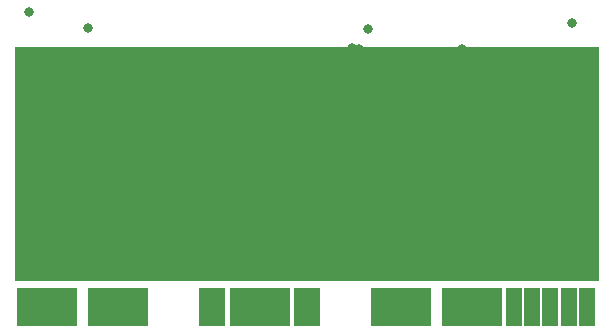
<source format=gbs>
G04*
G04 #@! TF.GenerationSoftware,Altium Limited,Altium Designer,22.5.1 (42)*
G04*
G04 Layer_Color=16711935*
%FSLAX25Y25*%
%MOIN*%
G70*
G04*
G04 #@! TF.SameCoordinates,407AD2AB-4410-4D32-8071-BEDB4B14A2C6*
G04*
G04*
G04 #@! TF.FilePolarity,Negative*
G04*
G01*
G75*
%ADD34R,0.05524X0.12611*%
%ADD40R,0.20485X0.12611*%
%ADD41R,0.08674X0.12611*%
%ADD42C,0.03162*%
%ADD43C,0.04737*%
%ADD70R,1.94882X0.77854*%
D34*
X524618Y282677D02*
D03*
X530720D02*
D03*
X536823D02*
D03*
X542925D02*
D03*
X549027D02*
D03*
D40*
X439972D02*
D03*
X392728D02*
D03*
X369106D02*
D03*
X487216D02*
D03*
X510838D02*
D03*
D41*
X424224D02*
D03*
X455720D02*
D03*
D42*
X413272Y360637D02*
D03*
X527953Y331988D02*
D03*
X426772Y363779D02*
D03*
X362992Y381004D02*
D03*
X539764Y354134D02*
D03*
X544193Y377461D02*
D03*
X546850Y299311D02*
D03*
X540059Y295177D02*
D03*
X464272Y366142D02*
D03*
X455315Y362205D02*
D03*
X372045Y339591D02*
D03*
X367618Y312856D02*
D03*
X375197Y316535D02*
D03*
X364534Y331004D02*
D03*
X361647Y328215D02*
D03*
X367421Y331004D02*
D03*
X364534Y325427D02*
D03*
X361647Y322638D02*
D03*
X364534D02*
D03*
X367421Y328215D02*
D03*
X361647Y325427D02*
D03*
X367421D02*
D03*
X361647Y331004D02*
D03*
X367421Y322638D02*
D03*
X364534Y328215D02*
D03*
X364586Y308665D02*
D03*
X367473D02*
D03*
X530721Y285466D02*
D03*
X530721Y279889D02*
D03*
X530721Y282677D02*
D03*
X524618Y279889D02*
D03*
X524618Y285466D02*
D03*
Y282677D02*
D03*
X368480Y357236D02*
D03*
X371688Y357218D02*
D03*
X371660Y361848D02*
D03*
X368483Y361820D02*
D03*
X515040Y364661D02*
D03*
X512561Y364671D02*
D03*
X403451Y363485D02*
D03*
X470697Y368886D02*
D03*
X473176Y368876D02*
D03*
X376200Y367224D02*
D03*
X378522Y367167D02*
D03*
X542085Y334669D02*
D03*
X539197Y339059D02*
D03*
X382868Y375591D02*
D03*
X507373Y368725D02*
D03*
X475961Y375350D02*
D03*
X437953Y307550D02*
D03*
X435039D02*
D03*
Y313212D02*
D03*
Y310381D02*
D03*
X437953D02*
D03*
Y313212D02*
D03*
Y316043D02*
D03*
X435039D02*
D03*
X385433Y347933D02*
D03*
X382579D02*
D03*
X476083Y349410D02*
D03*
X478937D02*
D03*
X491142Y345571D02*
D03*
X491043Y347835D02*
D03*
X438017Y329027D02*
D03*
X435130D02*
D03*
Y337499D02*
D03*
Y334675D02*
D03*
Y331851D02*
D03*
X438017D02*
D03*
Y334675D02*
D03*
Y337499D02*
D03*
X361699Y305877D02*
D03*
Y308665D02*
D03*
Y303088D02*
D03*
Y300299D02*
D03*
X364586Y305877D02*
D03*
Y303088D02*
D03*
Y300299D02*
D03*
X367473D02*
D03*
Y303088D02*
D03*
Y305877D02*
D03*
X510868Y317053D02*
D03*
Y319842D02*
D03*
Y322630D02*
D03*
Y325419D02*
D03*
X513755D02*
D03*
Y322630D02*
D03*
Y319842D02*
D03*
X513755Y317053D02*
D03*
X516642Y325419D02*
D03*
Y322630D02*
D03*
Y317053D02*
D03*
Y319842D02*
D03*
X516741Y298779D02*
D03*
X516741Y295990D02*
D03*
Y301567D02*
D03*
Y304356D02*
D03*
X513854Y295990D02*
D03*
Y298779D02*
D03*
Y301567D02*
D03*
Y304356D02*
D03*
X510966D02*
D03*
Y301567D02*
D03*
Y298779D02*
D03*
Y295990D02*
D03*
X490793Y305177D02*
D03*
X496567D02*
D03*
Y299600D02*
D03*
Y302389D02*
D03*
X487906Y305177D02*
D03*
X490793Y299600D02*
D03*
X493680Y305177D02*
D03*
Y302389D02*
D03*
X490793D02*
D03*
X487906Y299600D02*
D03*
Y302389D02*
D03*
X493680Y299600D02*
D03*
X450219Y305177D02*
D03*
X459602Y302487D02*
D03*
X456715Y299698D02*
D03*
X453528Y305149D02*
D03*
X450219Y299600D02*
D03*
Y302389D02*
D03*
X453528Y299572D02*
D03*
X459602Y305276D02*
D03*
Y299698D02*
D03*
X456715Y305276D02*
D03*
Y302487D02*
D03*
X453528Y302361D02*
D03*
X415418Y305177D02*
D03*
X418306D02*
D03*
Y299600D02*
D03*
X415418Y302389D02*
D03*
X424080Y305177D02*
D03*
X418306Y302389D02*
D03*
X424080Y299600D02*
D03*
X421193Y305177D02*
D03*
X424080Y302389D02*
D03*
X421193D02*
D03*
Y299600D02*
D03*
X415418D02*
D03*
X391294Y302389D02*
D03*
X385520Y305177D02*
D03*
Y302389D02*
D03*
X388407D02*
D03*
X391294Y299600D02*
D03*
X382633Y305177D02*
D03*
X385520Y299600D02*
D03*
X391294Y305177D02*
D03*
X388407Y299600D02*
D03*
X382633D02*
D03*
Y302389D02*
D03*
X388407Y305177D02*
D03*
X421095Y321232D02*
D03*
X423982D02*
D03*
X421095Y324021D02*
D03*
X415321Y321232D02*
D03*
X418208D02*
D03*
X421095Y326810D02*
D03*
X418208Y324021D02*
D03*
X415321Y326810D02*
D03*
X423982Y324021D02*
D03*
Y326810D02*
D03*
X418208D02*
D03*
X415321Y324021D02*
D03*
X387944D02*
D03*
Y321232D02*
D03*
Y326810D02*
D03*
X382170D02*
D03*
X385057Y321232D02*
D03*
Y326810D02*
D03*
X390831D02*
D03*
X385057Y324021D02*
D03*
X382170D02*
D03*
Y321232D02*
D03*
X390831D02*
D03*
Y324021D02*
D03*
X453561Y323993D02*
D03*
X450252Y324021D02*
D03*
X453561Y326782D02*
D03*
X459635Y326908D02*
D03*
Y321331D02*
D03*
X450252Y321232D02*
D03*
Y326810D02*
D03*
X456748Y326908D02*
D03*
Y324119D02*
D03*
X453561Y321204D02*
D03*
X459635Y324119D02*
D03*
X456748Y321331D02*
D03*
X493695Y321232D02*
D03*
X490808Y324021D02*
D03*
X487921D02*
D03*
X490808Y321232D02*
D03*
X496582Y324021D02*
D03*
X493695Y326810D02*
D03*
X487921D02*
D03*
X493695Y324021D02*
D03*
X496582Y326810D02*
D03*
X490808D02*
D03*
X487921Y321232D02*
D03*
X496582D02*
D03*
X374174Y351555D02*
D03*
X374116Y349233D02*
D03*
X415666Y360657D02*
D03*
X506958Y355161D02*
D03*
X508991Y355185D02*
D03*
X471708Y352793D02*
D03*
X469341Y352865D02*
D03*
X508425Y331477D02*
D03*
X476262Y331511D02*
D03*
X476399Y310235D02*
D03*
X508570Y310127D02*
D03*
X513402Y339738D02*
D03*
X495438Y339614D02*
D03*
X483296Y339572D02*
D03*
X465414Y339655D02*
D03*
X390045Y339742D02*
D03*
X397539Y346063D02*
D03*
X395079Y345965D02*
D03*
X400591Y316634D02*
D03*
X401116Y339862D02*
D03*
X422303D02*
D03*
D43*
X394795Y278740D02*
D03*
X390661Y286516D02*
D03*
X398929Y278740D02*
D03*
X390661D02*
D03*
X394795Y286516D02*
D03*
X398929D02*
D03*
Y282628D02*
D03*
X386527Y278740D02*
D03*
Y282628D02*
D03*
Y286516D02*
D03*
X371173Y278740D02*
D03*
X367039Y286516D02*
D03*
X375307Y278740D02*
D03*
X367039D02*
D03*
X371173Y286516D02*
D03*
X375307D02*
D03*
Y282628D02*
D03*
X362906Y278740D02*
D03*
Y282628D02*
D03*
Y286516D02*
D03*
X442039Y278740D02*
D03*
X437905Y286516D02*
D03*
X446173Y278740D02*
D03*
X437905D02*
D03*
X442039Y286516D02*
D03*
X446173D02*
D03*
Y282628D02*
D03*
X433771Y278740D02*
D03*
Y282628D02*
D03*
Y286516D02*
D03*
X489283Y278740D02*
D03*
X485149Y286516D02*
D03*
X493417Y278740D02*
D03*
X485149D02*
D03*
X489283Y286516D02*
D03*
X493417D02*
D03*
Y282628D02*
D03*
X481015Y278740D02*
D03*
Y282628D02*
D03*
Y286516D02*
D03*
X512905Y278740D02*
D03*
X508771Y286516D02*
D03*
X517039Y278740D02*
D03*
X508771D02*
D03*
X512905Y286516D02*
D03*
X517039D02*
D03*
Y282628D02*
D03*
X504637Y278740D02*
D03*
Y282628D02*
D03*
Y286516D02*
D03*
X455721Y278740D02*
D03*
Y286614D02*
D03*
X424224Y278740D02*
D03*
Y286614D02*
D03*
D70*
X455709Y330463D02*
D03*
M02*

</source>
